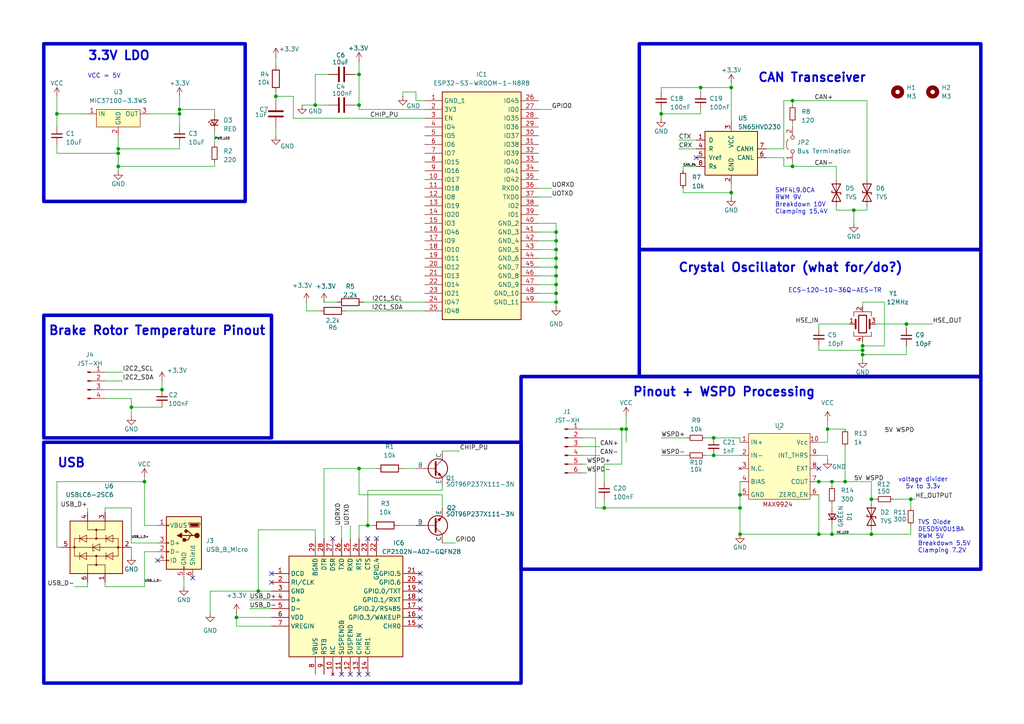
<source format=kicad_sch>
(kicad_sch (version 20250114) (generator "eeschema") (generator_version "9.0")
  (paper "A4")
  (rectangle (start 12.7 128.27) (end 151.13 198.12) (stroke (width 1.016)))
  (rectangle (start 151.13 109.22) (end 284.48 165.1) (stroke (width 1.016)))
  (rectangle (start 185.42 72.39) (end 284.48 109.22) (stroke (width 1.016)))
  (rectangle (start 185.42 12.7) (end 284.48 72.39) (stroke (width 1.016)))
  (rectangle (start 12.7 91.44) (end 78.74 127) (stroke (width 1.016)))
  (rectangle (start 12.7 12.7) (end 71.12 58.42) (stroke (width 1.016)))
  (text "Crystal Oscillator (what for/do?)" (at 196.596 79.248 0) (effects (font (size 2.56 2.56) (thickness 0.512) (bold yes)) (justify left bottom)))
  (text "SMF4L9.0CA\nRWM 9V\nBreakdown 10V\nClamping 15.4V" (at 224.79 62.23 0) (effects (font (size 1.27 1.27)) (justify left bottom)))
  (text "3.3V LDO" (at 25.4 17.78 0) (effects (font (size 2.56 2.56) (thickness 0.512) (bold yes)) (justify left bottom)))
  (text "USB" (at 16.51 135.89 0) (effects (font (size 2.56 2.56) (thickness 0.512) (bold yes)) (justify left bottom)))
  (text "VCC = 5V\n" (at 25.4 22.86 0) (effects (font (size 1.27 1.27)) (justify left bottom)))
  (text "Brake Rotor Temperature Pinout" (at 13.97 97.536 0) (effects (font (size 2.56 2.56) (thickness 0.512) (bold yes)) (justify left bottom)))
  (text "ECS-120-10-36Q-AES-TR" (at 228.6 85.09 0) (effects (font (size 1.27 1.27)) (justify left bottom)))
  (text "Pinout + WSPD Processing" (at 183.388 115.316 0) (effects (font (size 2.56 2.56) (thickness 0.512) (bold yes)) (justify left bottom)))
  (text "voltage divider\n5v to 3.3v" (at 267.716 140.208 0) (effects (font (size 1.27 1.27))))
  (text "TVS Diode\nDESD5V0U1BA\nRWM 5V\nBreakdown 5.5V\nClamping 7.2V" (at 266.192 160.528 0) (effects (font (size 1.27 1.27)) (justify left bottom)))
  (text "CAN Transceiver" (at 219.71 24.13 0) (effects (font (size 2.56 2.56) (thickness 0.512) (bold yes)) (justify left bottom)))
  (junction (at 237.49 154.94))
  (junction (at 161.29 74.93))
  (junction (at 252.73 144.78))
  (junction (at 252.73 154.94))
  (junction (at 46.99 113.03))
  (junction (at 181.61 124.46))
  (junction (at 34.29 48.26))
  (junction (at 161.29 80.01))
  (junction (at 240.03 124.46))
  (junction (at 74.93 171.45))
  (junction (at 214.63 147.32))
  (junction (at 34.29 44.45))
  (junction (at 207.01 132.08))
  (junction (at 212.09 55.88))
  (junction (at 104.14 21.59))
  (junction (at 262.89 93.98))
  (junction (at 264.16 144.78))
  (junction (at 38.1 118.11))
  (junction (at 16.51 33.02))
  (junction (at 106.68 152.4))
  (junction (at 207.01 127))
  (junction (at 212.09 25.4))
  (junction (at 214.63 154.94))
  (junction (at 241.3 154.94))
  (junction (at 161.29 69.85))
  (junction (at 203.2 25.4))
  (junction (at 52.07 33.02))
  (junction (at 180.34 124.46))
  (junction (at 161.29 85.09))
  (junction (at 161.29 82.55))
  (junction (at 245.11 139.7))
  (junction (at 68.58 179.07))
  (junction (at 161.29 87.63))
  (junction (at 34.29 43.18))
  (junction (at 41.91 139.7))
  (junction (at 250.19 100.33))
  (junction (at 161.29 67.31))
  (junction (at 247.65 60.96))
  (junction (at 91.44 30.48))
  (junction (at 191.77 33.02))
  (junction (at 104.14 30.48))
  (junction (at 80.01 27.94))
  (junction (at 161.29 72.39))
  (junction (at 175.26 147.32))
  (junction (at 161.29 77.47))
  (junction (at 229.87 48.26))
  (junction (at 237.49 139.7))
  (junction (at 229.87 29.21))
  (junction (at 52.07 31.75))
  (junction (at 250.19 101.6))
  (junction (at 241.3 139.7))
  (junction (at 214.63 143.51))
  (junction (at 250.19 102.87))
  (junction (at 104.14 135.89))
  (no_connect (at 201.93 45.72))
  (no_connect (at 106.68 195.58))
  (no_connect (at 101.6 195.58))
  (no_connect (at 99.06 195.58))
  (no_connect (at 121.92 181.61))
  (no_connect (at 121.92 173.99))
  (no_connect (at 121.92 168.91))
  (no_connect (at 121.92 179.07))
  (no_connect (at 121.92 171.45))
  (no_connect (at 96.52 156.21))
  (no_connect (at 237.49 135.89))
  (no_connect (at 45.72 162.56))
  (no_connect (at 55.88 167.64))
  (no_connect (at 78.74 166.37))
  (no_connect (at 109.22 156.21))
  (no_connect (at 78.74 168.91))
  (no_connect (at 104.14 195.58))
  (no_connect (at 121.92 176.53))
  (no_connect (at 106.68 156.21))
  (no_connect (at 121.92 166.37))
  (wire (pts (xy 237.49 93.98) (xy 246.38 93.98)))
  (wire (pts (xy 214.63 139.7) (xy 214.63 143.51)))
  (wire (pts (xy 52.07 41.91) (xy 52.07 43.18)))
  (wire (pts (xy 161.29 74.93) (xy 161.29 77.47)))
  (wire (pts (xy 38.1 147.32) (xy 38.1 157.48)))
  (wire (pts (xy 72.39 173.99) (xy 78.74 173.99)))
  (wire (pts (xy 191.77 26.67) (xy 191.77 25.4)))
  (wire (pts (xy 161.29 85.09) (xy 161.29 87.63)))
  (wire (pts (xy 156.21 67.31) (xy 161.29 67.31)))
  (wire (pts (xy 237.49 139.7) (xy 241.3 139.7)))
  (wire (pts (xy 245.11 139.7) (xy 252.73 139.7)))
  (wire (pts (xy 38.1 115.57) (xy 38.1 118.11)))
  (wire (pts (xy 156.21 87.63) (xy 161.29 87.63)))
  (wire (pts (xy 180.34 124.46) (xy 181.61 124.46)))
  (wire (pts (xy 262.89 95.25) (xy 262.89 93.98)))
  (wire (pts (xy 45.72 160.02) (xy 41.91 160.02)))
  (wire (pts (xy 245.11 129.54) (xy 245.11 139.7)))
  (wire (pts (xy 102.87 21.59) (xy 104.14 21.59)))
  (wire (pts (xy 175.26 147.32) (xy 214.63 147.32)))
  (wire (pts (xy 25.4 168.91) (xy 25.4 170.18)))
  (wire (pts (xy 236.22 139.7) (xy 237.49 139.7)))
  (wire (pts (xy 62.23 33.02) (xy 62.23 31.75)))
  (wire (pts (xy 250.19 87.63) (xy 250.19 88.9)))
  (wire (pts (xy 203.2 33.02) (xy 191.77 33.02)))
  (wire (pts (xy 107.95 152.4) (xy 106.68 152.4)))
  (wire (pts (xy 198.12 55.88) (xy 212.09 55.88)))
  (wire (pts (xy 262.89 100.33) (xy 262.89 102.87)))
  (wire (pts (xy 45.72 152.4) (xy 41.91 152.4)))
  (wire (pts (xy 156.21 80.01) (xy 161.29 80.01)))
  (wire (pts (xy 128.27 157.48) (xy 132.08 157.48)))
  (wire (pts (xy 264.16 144.78) (xy 264.16 147.32)))
  (wire (pts (xy 259.08 144.78) (xy 264.16 144.78)))
  (wire (pts (xy 156.21 72.39) (xy 161.29 72.39)))
  (wire (pts (xy 241.3 139.7) (xy 245.11 139.7)))
  (wire (pts (xy 196.85 43.18) (xy 201.93 43.18)))
  (wire (pts (xy 91.44 30.48) (xy 95.25 30.48)))
  (wire (pts (xy 156.21 74.93) (xy 161.29 74.93)))
  (wire (pts (xy 237.49 132.08) (xy 240.03 132.08)))
  (wire (pts (xy 251.46 59.69) (xy 251.46 60.96)))
  (wire (pts (xy 16.51 44.45) (xy 34.29 44.45)))
  (wire (pts (xy 180.34 134.62) (xy 180.34 124.46)))
  (wire (pts (xy 212.09 53.34) (xy 212.09 55.88)))
  (wire (pts (xy 181.61 120.65) (xy 181.61 124.46)))
  (wire (pts (xy 156.21 54.61) (xy 160.02 54.61)))
  (wire (pts (xy 201.93 48.26) (xy 198.12 48.26)))
  (wire (pts (xy 25.4 147.32) (xy 25.4 148.59)))
  (wire (pts (xy 175.26 134.62) (xy 175.26 139.7)))
  (wire (pts (xy 95.25 21.59) (xy 91.44 21.59)))
  (wire (pts (xy 106.68 142.24) (xy 106.68 152.4)))
  (wire (pts (xy 80.01 26.67) (xy 80.01 27.94)))
  (wire (pts (xy 161.29 64.77) (xy 161.29 67.31)))
  (wire (pts (xy 156.21 64.77) (xy 161.29 64.77)))
  (wire (pts (xy 41.91 160.02) (xy 41.91 170.18)))
  (wire (pts (xy 242.57 52.07) (xy 242.57 48.26)))
  (wire (pts (xy 212.09 25.4) (xy 212.09 35.56)))
  (wire (pts (xy 91.44 21.59) (xy 91.44 30.48)))
  (wire (pts (xy 214.63 128.27) (xy 214.63 127)))
  (wire (pts (xy 30.48 113.03) (xy 46.99 113.03)))
  (wire (pts (xy 229.87 48.26) (xy 242.57 48.26)))
  (wire (pts (xy 250.19 100.33) (xy 256.54 100.33)))
  (wire (pts (xy 214.63 127) (xy 207.01 127)))
  (wire (pts (xy 41.91 152.4) (xy 41.91 139.7)))
  (wire (pts (xy 101.6 152.4) (xy 101.6 156.21)))
  (wire (pts (xy 52.07 43.18) (xy 34.29 43.18)))
  (wire (pts (xy 240.03 128.27) (xy 237.49 128.27)))
  (wire (pts (xy 214.63 154.94) (xy 214.63 147.32)))
  (wire (pts (xy 161.29 82.55) (xy 161.29 85.09)))
  (wire (pts (xy 250.19 102.87) (xy 250.19 104.14)))
  (wire (pts (xy 237.49 154.94) (xy 241.3 154.94)))
  (wire (pts (xy 62.23 48.26) (xy 62.23 46.99)))
  (wire (pts (xy 175.26 144.78) (xy 175.26 147.32)))
  (wire (pts (xy 203.2 25.4) (xy 212.09 25.4)))
  (wire (pts (xy 252.73 154.94) (xy 264.16 154.94)))
  (wire (pts (xy 237.49 143.51) (xy 237.49 154.94)))
  (wire (pts (xy 106.68 152.4) (xy 104.14 152.4)))
  (wire (pts (xy 41.91 139.7) (xy 41.91 138.43)))
  (wire (pts (xy 247.65 60.96) (xy 251.46 60.96)))
  (wire (pts (xy 116.84 26.67) (xy 116.84 27.94)))
  (wire (pts (xy 172.72 127) (xy 172.72 147.32)))
  (wire (pts (xy 115.57 152.4) (xy 120.65 152.4)))
  (wire (pts (xy 21.59 170.18) (xy 25.4 170.18)))
  (wire (pts (xy 161.29 87.63) (xy 161.29 88.9)))
  (wire (pts (xy 120.65 29.21) (xy 120.65 26.67)))
  (wire (pts (xy 247.65 60.96) (xy 247.65 64.77)))
  (wire (pts (xy 128.27 130.81) (xy 133.35 130.81)))
  (wire (pts (xy 120.65 26.67) (xy 116.84 26.67)))
  (wire (pts (xy 181.61 124.46) (xy 181.61 128.27)))
  (wire (pts (xy 104.14 17.78) (xy 104.14 21.59)))
  (wire (pts (xy 91.44 156.21) (xy 91.44 153.67)))
  (wire (pts (xy 250.19 100.33) (xy 250.19 101.6)))
  (wire (pts (xy 100.33 90.17) (xy 123.19 90.17)))
  (wire (pts (xy 203.2 31.75) (xy 203.2 33.02)))
  (wire (pts (xy 46.99 118.11) (xy 38.1 118.11)))
  (wire (pts (xy 264.16 144.78) (xy 265.43 144.78)))
  (wire (pts (xy 264.16 152.4) (xy 264.16 154.94)))
  (wire (pts (xy 80.01 36.83) (xy 80.01 39.37)))
  (wire (pts (xy 85.09 34.29) (xy 123.19 34.29)))
  (wire (pts (xy 30.48 147.32) (xy 38.1 147.32)))
  (wire (pts (xy 252.73 139.7) (xy 252.73 144.78)))
  (wire (pts (xy 172.72 147.32) (xy 175.26 147.32)))
  (wire (pts (xy 156.21 85.09) (xy 161.29 85.09)))
  (wire (pts (xy 262.89 102.87) (xy 250.19 102.87)))
  (wire (pts (xy 38.1 157.48) (xy 45.72 157.48)))
  (wire (pts (xy 240.03 132.08) (xy 240.03 133.35)))
  (wire (pts (xy 62.23 48.26) (xy 34.29 48.26)))
  (wire (pts (xy 128.27 142.24) (xy 106.68 142.24)))
  (wire (pts (xy 38.1 118.11) (xy 38.1 120.65)))
  (wire (pts (xy 88.9 87.63) (xy 88.9 90.17)))
  (wire (pts (xy 30.48 147.32) (xy 30.48 148.59)))
  (wire (pts (xy 242.57 59.69) (xy 242.57 60.96)))
  (wire (pts (xy 191.77 31.75) (xy 191.77 33.02)))
  (wire (pts (xy 241.3 139.7) (xy 241.3 140.97)))
  (wire (pts (xy 78.74 181.61) (xy 68.58 181.61)))
  (wire (pts (xy 34.29 43.18) (xy 34.29 44.45)))
  (wire (pts (xy 262.89 93.98) (xy 254 93.98)))
  (wire (pts (xy 16.51 158.75) (xy 16.51 139.7)))
  (wire (pts (xy 85.09 27.94) (xy 80.01 27.94)))
  (wire (pts (xy 204.47 127) (xy 207.01 127)))
  (wire (pts (xy 74.93 171.45) (xy 60.96 171.45)))
  (wire (pts (xy 62.23 31.75) (xy 52.07 31.75)))
  (wire (pts (xy 78.74 171.45) (xy 74.93 171.45)))
  (wire (pts (xy 104.14 21.59) (xy 104.14 30.48)))
  (wire (pts (xy 60.96 171.45) (xy 60.96 177.8)))
  (wire (pts (xy 38.1 158.75) (xy 38.1 161.29)))
  (wire (pts (xy 156.21 57.15) (xy 160.02 57.15)))
  (wire (pts (xy 123.19 31.75) (xy 104.14 31.75)))
  (wire (pts (xy 16.51 41.91) (xy 16.51 44.45)))
  (wire (pts (xy 237.49 100.33) (xy 237.49 101.6)))
  (wire (pts (xy 241.3 154.94) (xy 252.73 154.94)))
  (wire (pts (xy 30.48 115.57) (xy 38.1 115.57)))
  (wire (pts (xy 227.33 48.26) (xy 227.33 45.72)))
  (wire (pts (xy 91.44 153.67) (xy 74.93 153.67)))
  (wire (pts (xy 175.26 134.62) (xy 180.34 134.62)))
  (wire (pts (xy 34.29 39.37) (xy 34.29 43.18)))
  (wire (pts (xy 123.19 29.21) (xy 120.65 29.21)))
  (wire (pts (xy 93.98 135.89) (xy 93.98 156.21)))
  (wire (pts (xy 62.23 38.1) (xy 62.23 41.91)))
  (wire (pts (xy 161.29 77.47) (xy 161.29 80.01)))
  (wire (pts (xy 250.19 99.06) (xy 250.19 100.33)))
  (wire (pts (xy 256.54 87.63) (xy 250.19 87.63)))
  (wire (pts (xy 191.77 25.4) (xy 203.2 25.4)))
  (wire (pts (xy 229.87 29.21) (xy 251.46 29.21)))
  (wire (pts (xy 16.51 27.94) (xy 16.51 33.02)))
  (wire (pts (xy 227.33 29.21) (xy 229.87 29.21)))
  (wire (pts (xy 102.87 30.48) (xy 104.14 30.48)))
  (wire (pts (xy 229.87 46.99) (xy 229.87 48.26)))
  (wire (pts (xy 198.12 48.26) (xy 198.12 49.53)))
  (wire (pts (xy 168.91 134.62) (xy 170.18 134.62)))
  (wire (pts (xy 262.89 93.98) (xy 270.51 93.98)))
  (wire (pts (xy 105.41 87.63) (xy 123.19 87.63)))
  (wire (pts (xy 196.85 40.64) (xy 201.93 40.64)))
  (wire (pts (xy 68.58 179.07) (xy 68.58 181.61)))
  (wire (pts (xy 237.49 95.25) (xy 237.49 93.98)))
  (wire (pts (xy 191.77 132.08) (xy 199.39 132.08)))
  (wire (pts (xy 156.21 31.75) (xy 160.02 31.75)))
  (wire (pts (xy 168.91 129.54) (xy 173.99 129.54)))
  (wire (pts (xy 52.07 27.94) (xy 52.07 31.75)))
  (wire (pts (xy 161.29 67.31) (xy 161.29 69.85)))
  (wire (pts (xy 128.27 143.51) (xy 104.14 143.51)))
  (wire (pts (xy 16.51 33.02) (xy 25.4 33.02)))
  (wire (pts (xy 207.01 132.08) (xy 214.63 132.08)))
  (wire (pts (xy 240.03 124.46) (xy 240.03 128.27)))
  (wire (pts (xy 168.91 127) (xy 172.72 127)))
  (wire (pts (xy 30.48 168.91) (xy 30.48 170.18)))
  (wire (pts (xy 52.07 33.02) (xy 52.07 36.83)))
  (wire (pts (xy 227.33 43.18) (xy 222.25 43.18)))
  (wire (pts (xy 250.19 101.6) (xy 250.19 102.87)))
  (wire (pts (xy 214.63 154.94) (xy 237.49 154.94)))
  (wire (pts (xy 168.91 132.08) (xy 173.99 132.08)))
  (wire (pts (xy 41.91 170.18) (xy 30.48 170.18)))
  (wire (pts (xy 161.29 72.39) (xy 161.29 74.93)))
  (wire (pts (xy 240.03 124.46) (xy 245.11 124.46)))
  (wire (pts (xy 85.09 34.29) (xy 85.09 27.94)))
  (wire (pts (xy 212.09 24.13) (xy 212.09 25.4)))
  (wire (pts (xy 80.01 27.94) (xy 80.01 29.21)))
  (wire (pts (xy 104.14 152.4) (xy 104.14 156.21)))
  (wire (pts (xy 99.06 152.4) (xy 99.06 156.21)))
  (wire (pts (xy 191.77 33.02) (xy 191.77 34.29)))
  (wire (pts (xy 251.46 29.21) (xy 251.46 52.07)))
  (wire (pts (xy 168.91 124.46) (xy 180.34 124.46)))
  (wire (pts (xy 72.39 176.53) (xy 78.74 176.53)))
  (wire (pts (xy 87.63 30.48) (xy 91.44 30.48)))
  (wire (pts (xy 241.3 146.05) (xy 241.3 147.32)))
  (wire (pts (xy 88.9 90.17) (xy 92.71 90.17)))
  (wire (pts (xy 227.33 45.72) (xy 222.25 45.72)))
  (wire (pts (xy 227.33 29.21) (xy 227.33 43.18)))
  (wire (pts (xy 109.22 135.89) (xy 104.14 135.89)))
  (wire (pts (xy 104.14 135.89) (xy 104.14 143.51)))
  (wire (pts (xy 104.14 30.48) (xy 104.14 31.75)))
  (wire (pts (xy 252.73 144.78) (xy 254 144.78)))
  (wire (pts (xy 252.73 144.78) (xy 252.73 146.05)))
  (wire (pts (xy 52.07 31.75) (xy 52.07 33.02)))
  (wire (pts (xy 46.99 110.49) (xy 46.99 113.03)))
  (wire (pts (xy 237.49 101.6) (xy 250.19 101.6)))
  (wire (pts (xy 34.29 44.45) (xy 34.29 48.26)))
  (wire (pts (xy 128.27 140.97) (xy 128.27 142.24)))
  (wire (pts (xy 203.2 26.67) (xy 203.2 25.4)))
  (wire (pts (xy 68.58 177.8) (xy 68.58 179.07)))
  (wire (pts (xy 16.51 139.7) (xy 41.91 139.7)))
  (wire (pts (xy 240.03 121.92) (xy 240.03 124.46)))
  (wire (pts (xy 128.27 147.32) (xy 128.27 143.51)))
  (wire (pts (xy 68.58 179.07) (xy 78.74 179.07)))
  (wire (pts (xy 104.14 135.89) (xy 93.98 135.89)))
  (wire (pts (xy 241.3 152.4) (xy 241.3 154.94)))
  (wire (pts (xy 17.78 158.75) (xy 16.51 158.75)))
  (wire (pts (xy 212.09 55.88) (xy 212.09 57.15)))
  (wire (pts (xy 198.12 54.61) (xy 198.12 55.88)))
  (wire (pts (xy 229.87 35.56) (xy 229.87 36.83)))
  (wire (pts (xy 116.84 135.89) (xy 120.65 135.89)))
  (wire (pts (xy 43.18 33.02) (xy 52.07 33.02)))
  (wire (pts (xy 93.98 87.63) (xy 97.79 87.63)))
  (wire (pts (xy 156.21 69.85) (xy 161.29 69.85)))
  (wire (pts (xy 53.34 167.64) (xy 53.34 170.18)))
  (wire (pts (xy 229.87 30.48) (xy 229.87 29.21)))
  (wire (pts (xy 30.48 110.49) (xy 35.56 110.49)))
  (wire (pts (xy 80.01 16.51) (xy 80.01 19.05)))
  (wire (pts (xy 168.91 137.16) (xy 170.18 137.16)))
  (wire (pts (xy 214.63 143.51) (xy 214.63 147.32)))
  (wire (pts (xy 204.47 132.08) (xy 207.01 132.08)))
  (wire (pts (xy 161.29 69.85) (xy 161.29 72.39)))
  (wire (pts (xy 256.54 100.33) (xy 256.54 87.63)))
  (wire (pts (xy 191.77 127) (xy 199.39 127)))
  (wire (pts (xy 30.48 107.95) (xy 35.56 107.95)))
  (wire (pts (xy 74.93 153.67) (xy 74.93 171.45)))
  (wire (pts (xy 242.57 60.96) (xy 247.65 60.96)))
  (wire (pts (xy 16.51 33.02) (xy 16.51 36.83)))
  (wire (pts (xy 161.29 80.01) (xy 161.29 82.55)))
  (wire (pts (xy 156.21 77.47) (xy 161.29 77.47)))
  (wire (pts (xy 227.33 48.26) (xy 229.87 48.26)))
  (wire (pts (xy 252.73 153.67) (xy 252.73 154.94)))
  (wire (pts (xy 156.21 82.55) (xy 161.29 82.55)))
  (wire (pts (xy 34.29 49.53) (xy 34.29 48.26)))
  (label "UORXD" (at 99.06 152.4 90))
  (label "UOTXD" (at 160.02 57.15 0))
  (label "CHIP_PU" (at 115.57 34.29 180))
  (label "CAN-" (at 173.99 132.08 0))
  (label "USB_D-" (at 21.59 170.18 180))
  (label "WSPD+" (at 170.18 134.62 0))
  (label "HSE_IN" (at 237.49 93.98 180))
  (label "WSPD+" (at 191.77 127 0))
  (label "CAN+" (at 236.22 29.21 0))
  (label "UOTXD" (at 101.6 152.4 90))
  (label "GPIO0" (at 160.02 31.75 0))
  (label "I2C1_SCL" (at 116.84 87.63 180))
  (label "5V WSPD" (at 256.54 125.73 0))
  (label "USB_J_D+" (at 38.1 156.21 0) (effects (font (size 0.65 0.65))))
  (label "CAN-" (at 236.22 48.26 0))
  (label "GPIO0" (at 132.08 157.48 0))
  (label "CAN_Rs" (at 198.12 48.26 0) (effects (font (size 0.65 0.65))))
  (label "USB_D+" (at 72.39 173.99 0))
  (label "PWR_LED" (at 62.23 40.64 0) (effects (font (size 0.65 0.65))))
  (label "5V WSPD" (at 247.65 139.7 0))
  (label "HSE_OUT" (at 270.51 93.98 0))
  (label "I2C2_SDA" (at 35.56 110.49 0))
  (label "CTX" (at 196.85 40.64 0))
  (label "WSPD-" (at 191.77 132.08 0))
  (label "HE_OUTPUT" (at 265.43 144.78 0))
  (label "UORXD" (at 160.02 54.61 0))
  (label "USB_D+" (at 25.4 147.32 180))
  (label "USB_J_D-" (at 41.91 168.91 0) (effects (font (size 0.65 0.65))))
  (label "CHIP_PU" (at 133.35 130.81 0))
  (label "USB_D-" (at 72.39 176.53 0))
  (label "CAN+" (at 173.99 129.54 0))
  (label "I2C1_SDA" (at 116.84 90.17 180))
  (label "HE_LED" (at 242.57 154.94 0) (effects (font (size 0.64 0.64))))
  (label "CRX" (at 196.85 43.18 0))
  (label "WSPD-" (at 170.18 137.16 0))
  (label "I2C2_SCL" (at 35.56 107.95 0))
  (symbol (lib_name "GND_5") (lib_id "power:GND") (at 80.01 39.37 0) (unit 1)
    (property "Reference" "#PWR015" (effects (hide yes)))
    (property "Value" "GND" (at 83.312 42.418 0))
    (property "Description" "Power symbol creates a global label with name \"GND\" , ground" (effects (hide yes)))
  )
  (symbol (lib_id "power:GND") (at 191.77 34.29 0) (unit 1)
    (property "Reference" "#PWR024" (effects (hide yes)))
    (property "Value" "GND" (at 191.77 38.1 0))
  )
  (symbol (lib_name "GND_1") (lib_id "power:GND") (at 60.96 177.8 0) (unit 1)
    (property "Reference" "#PWR04" (effects (hide yes)))
    (property "Value" "GND" (at 60.96 182.88 0))
    (property "Description" "Power symbol creates a global label with name \"GND\" , ground" (effects (hide yes)))
  )
  (symbol (lib_id "power:VCC") (at 16.51 27.94 0) (unit 1)
    (property "Reference" "#PWR01" (effects (hide yes)))
    (property "Value" "VCC" (at 16.51 24.13 0))
  )
  (symbol (lib_id "power:VCC") (at 181.61 120.65 0) (unit 1)
    (property "Reference" "#PWR035" (effects (hide yes)))
    (property "Value" "VCC" (at 181.61 116.84 0))
  )
  (symbol (lib_id "Device:R_Small") (at 241.3 143.51 0) (unit 1)
    (property "Reference" "R14" (at 243.84 142.2399 0) (effects (justify left)))
    (property "Value" "300" (at 243.84 144.7799 0) (effects (justify left)))
    (property "Footprint" "Resistor_SMD:R_0603_1608Metric" (effects (hide yes)))
    (property "Description" "Resistor, small symbol" (effects (hide yes)))
  )
  (symbol (lib_id "power:GND") (at 53.34 170.18 0) (unit 1)
    (property "Reference" "#PWR032" (effects (hide yes)))
    (property "Value" "GND" (at 53.34 173.99 0))
  )
  (symbol (lib_id "Amplifier_Audio:MAX9924") (at 226.06 125.73 0) (unit 1)
    (property "Reference" "U2" (at 226.06 123.444 0))
    (property "Value" "~" (at 226.06 124.46 0))
    (property "Footprint" "Package_SO:MAX9924" (effects (hide yes)))
    (property "Datasheet" "https://www.alldatasheet.com/datasheet-pdf/view/255006/MAXIM/MAX9924.html" (effects (hide yes)))
  )
  (symbol (lib_name "VCC_1") (lib_id "power:VCC") (at 240.03 121.92 0) (unit 1)
    (property "Reference" "#PWR012" (effects (hide yes)))
    (property "Value" "VCC" (at 240.03 116.84 0))
    (property "Description" "Power symbol creates a global label with name \"VCC\"" (effects (hide yes)))
  )
  (symbol (lib_id "Device:D_TVS") (at 242.57 55.88 90) (unit 1)
    (property "Reference" "D5" (at 245.11 54.61 90) (effects (justify right)))
    (property "Value" "TVS" (at 245.11 57.15 90) (effects (justify right)))
    (property "Footprint" "Library:SOD-123FL" (effects (hide yes)))
  )
  (symbol (lib_name "+3.3V_1") (lib_id "power:+3.3V") (at 68.58 177.8 0) (unit 1)
    (property "Reference" "#PWR03" (effects (hide yes)))
    (property "Value" "+3.3V" (at 68.58 172.72 0))
    (property "Description" "Power symbol creates a global label with name \"+3.3V\"" (effects (hide yes)))
  )
  (symbol (lib_id "Device:R_Small") (at 264.16 149.86 0) (unit 1)
    (property "Reference" "R11" (at 259.08 148.59 0) (effects (justify left)))
    (property "Value" "300" (at 259.08 150.622 0) (effects (justify left)))
    (property "Footprint" "Resistor_SMD:R_0805_2012Metric" (effects (hide yes)))
    (property "Description" "Resistor, small symbol" (effects (hide yes)))
  )
  (symbol (lib_id "Device:R_Small") (at 256.54 144.78 90) (unit 1)
    (property "Reference" "R12" (at 256.286 140.462 90))
    (property "Value" "150" (at 256.286 142.494 90))
    (property "Footprint" "Resistor_SMD:R_0805_2012Metric" (effects (hide yes)))
    (property "Description" "Resistor, small symbol" (effects (hide yes)))
  )
  (symbol (lib_id "MicroControllers:ESP32-S3-WROOM-1-N8R8") (at 123.19 29.21 0) (unit 1)
    (property "Reference" "IC1" (at 139.7 21.59 0))
    (property "Value" "ESP32-S3-WROOM-1-N8R8" (at 139.7 24.13 0))
    (property "Footprint" "ESP32S3WROOM1N8R8" (effects (hide yes)))
    (property "Datasheet" "https://www.espressif.com/sites/default/files/documentation/esp32-s3-wroom-1_wroom-1u_datasheet_en.pdf" (effects (hide yes)))
    (property "Description" "WiFi Modules - 802.11 (Engineering Samples Only) SMD Module, ESP32-S3R8 with 8 MB Octal PSRAM Die, 8 MB Quad SPI flash, PCB Antenna" (effects (hide yes)))
    (property "Height" "3.25" (effects (hide yes)))
    (property "Mouser Part Number" "356-EP32S3WROOM1N8R8" (effects (hide yes)))
    (property "Mouser Price/Stock" "https://www.mouser.co.uk/ProductDetail/Espressif-Systems/ESP32-S3-WROOM-1-N8R8?qs=7D1LtPJG0i3%2F28hKFavOpQ%3D%3D" (effects (hide yes)))
    (property "Manufacturer_Name" "Espressif Systems" (effects (hide yes)))
    (property "Manufacturer_Part_Number" "ESP32-S3-WROOM-1-N8R8" (effects (hide yes)))
  )
  (symbol (lib_id "power:GND") (at 38.1 161.29 0) (unit 1)
    (property "Reference" "#PWR029" (effects (hide yes)))
    (property "Value" "GND" (at 38.1 165.1 0))
  )
  (symbol (lib_id "Device:R") (at 101.6 87.63 90) (unit 1)
    (property "Reference" "R5" (at 101.6 83.058 90))
    (property "Value" "2.2k" (at 101.6 85.598 90))
    (property "Description" "Resistor" (effects (hide yes)))
  )
  (symbol (lib_id "USBUART:CP2102N-A02-GQFN28") (at 78.74 166.37 0) (unit 1)
    (property "Reference" "IC6" (at 114.046 157.48 0) (effects (justify left)))
    (property "Value" "CP2102N-A02-GQFN28" (at 110.744 160.02 0) (effects (justify left)))
    (property "Footprint" "QFN50P500X500X80-29N-D" (effects (hide yes)))
    (property "Datasheet" "https://componentsearchengine.com/Datasheets/2/CP2102N-A02-GQFN28.pdf" (effects (hide yes)))
    (property "Description" "SILICON LABS - CP2102N-A02-GQFN28 - USB TO UART BRIDGE, -40 TO 85DEG C" (effects (hide yes)))
    (property "Height" "0.8" (effects (hide yes)))
    (property "Mouser Part Number" "634-CP2102NA02GQFN28" (effects (hide yes)))
    (property "Mouser Price/Stock" "https://www.mouser.co.uk/ProductDetail/Silicon-Labs/CP2102N-A02-GQFN28?qs=u16ybLDytRaSBkSkyjYFiA%3D%3D" (effects (hide yes)))
    (property "Manufacturer_Name" "Silicon Labs" (effects (hide yes)))
    (property "Manufacturer_Part_Number" "CP2102N-A02-GQFN28" (effects (hide yes)))
  )
  (symbol (lib_id "Device:C_Small") (at 262.89 97.79 0) (unit 1)
    (property "Reference" "C9" (at 265.43 97.1613 0) (effects (justify left)))
    (property "Value" "10pF" (at 265.43 99.7013 0) (effects (justify left)))
    (property "Footprint" "Capacitor_SMD:C_0402_1005Metric" (effects (hide yes)))
  )
  (symbol (lib_id "Library:MIC37100-3.3WS") (at 34.29 29.21 0) (unit 1)
    (property "Reference" "U3" (at 34.29 26.67 0))
    (property "Value" "MIC37100-3.3WS" (at 34.29 29.21 0))
    (property "Footprint" "Package_TO_SOT_SMD:SOT-223-3_TabPin2" (effects (hide yes)))
  )
  (symbol (lib_id "Device:R") (at 111.76 152.4 90) (unit 1)
    (property "Reference" "R3" (at 111.76 146.05 90))
    (property "Value" "10k" (at 111.76 148.59 90))
    (property "Description" "Resistor" (effects (hide yes)))
  )
  (symbol (lib_id "Mechanical:MountingHole") (at 260.35 26.67 0) (unit 1)
    (property "Reference" "H1" (at 262.89 25.4 0) (effects (justify left)))
    (property "Value" "M3" (at 262.89 27.94 0) (effects (justify left)))
    (property "Footprint" "MountingHole:MountingHole_3.2mm_M3" (effects (hide yes)))
  )
  (symbol (lib_id "Connector:Conn_01x04_Pin") (at 25.4 110.49 0) (unit 1)
    (property "Reference" "J4" (at 26.035 102.87 0))
    (property "Value" "JST-XH" (at 26.035 105.41 0))
    (property "Footprint" "Connector_JST:JST_EH_B4B-EH-A_1x04_P2.50mm_Vertical" (effects (hide yes)))
    (property "Description" "Generic connector, single row, 01x04, script generated" (effects (hide yes)))
  )
  (symbol (lib_id "Mechanical:MountingHole") (at 270.51 26.67 0) (unit 1)
    (property "Reference" "H2" (at 273.05 25.4 0) (effects (justify left)))
    (property "Value" "M3" (at 273.05 27.94 0) (effects (justify left)))
    (property "Footprint" "MountingHole:MountingHole_3.2mm_M3" (effects (hide yes)))
  )
  (symbol (lib_id "Device:R") (at 96.52 90.17 270) (unit 1)
    (property "Reference" "R6" (at 96.52 94.996 90))
    (property "Value" "2.2k" (at 96.52 92.964 90))
    (property "Description" "Resistor" (effects (hide yes)))
  )
  (symbol (lib_id "power:VCC") (at 41.91 138.43 0) (unit 1)
    (property "Reference" "#PWR030" (effects (hide yes)))
    (property "Value" "VCC" (at 41.91 134.62 0))
  )
  (symbol (lib_id "Device:C_Small") (at 203.2 29.21 0) (unit 1)
    (property "Reference" "C19" (at 205.74 28.5813 0) (effects (justify left)))
    (property "Value" "100nF" (at 205.74 31.1213 0) (effects (justify left)))
    (property "Footprint" "Capacitor_SMD:C_0402_1005Metric" (effects (hide yes)))
  )
  (symbol (lib_id "Jumper:Jumper_2_Open") (at 229.87 41.91 90) (unit 1)
    (property "Reference" "JP2" (at 231.14 41.275 90) (effects (justify right)))
    (property "Value" "Bus Termination" (at 231.14 43.815 90) (effects (justify right)))
    (property "Footprint" "Connector_PinHeader_2.54mm:PinHeader_1x02_P2.54mm_Vertical" (effects (hide yes)))
  )
  (symbol (lib_id "Device:R_Small") (at 198.12 52.07 0) (unit 1)
    (property "Reference" "R7" (at 200.66 51.435 0) (effects (justify left)))
    (property "Value" "10k" (at 200.66 53.975 0) (effects (justify left)))
    (property "Footprint" "Resistor_SMD:R_0805_2012Metric" (effects (hide yes)))
  )
  (symbol (lib_id "Device:R_Small") (at 201.93 132.08 90) (unit 1)
    (property "Reference" "R10" (at 201.93 134.112 90))
    (property "Value" "10k" (at 201.93 136.144 90))
    (property "Footprint" "Resistor_SMD:R_0805_2012Metric" (effects (hide yes)))
    (property "Description" "Resistor, small symbol" (effects (hide yes)))
  )
  (symbol (lib_name "VCC_4") (lib_id "power:VCC") (at 88.9 87.63 0) (unit 1)
    (property "Reference" "#PWR018" (effects (hide yes)))
    (property "Value" "+3.3V" (at 87.63 82.804 0))
    (property "Description" "Power symbol creates a global label with name \"VCC\"" (effects (hide yes)))
  )
  (symbol (lib_id "Device:R") (at 80.01 22.86 0) (unit 1)
    (property "Reference" "R4" (at 75.438 21.59 0) (effects (justify left)))
    (property "Value" "10k" (at 74.676 23.876 0) (effects (justify left)))
    (property "Description" "Resistor" (effects (hide yes)))
  )
  (symbol (lib_id "Device:C_Small") (at 52.07 39.37 0) (unit 1)
    (property "Reference" "C3" (at 54.61 38.7413 0) (effects (justify left)))
    (property "Value" "10uF" (at 54.61 41.2813 0) (effects (justify left)))
    (property "Footprint" "Capacitor_SMD:C_0805_2012Metric" (effects (hide yes)))
  )
  (symbol (lib_id "power:GND") (at 212.09 57.15 0) (unit 1)
    (property "Reference" "#PWR026" (effects (hide yes)))
    (property "Value" "GND" (at 212.09 60.96 0))
  )
  (symbol (lib_id "Connector:USB_B_Micro") (at 53.34 157.48 0) (mirror y) (unit 1)
    (property "Reference" "J3" (at 59.69 156.845 0) (effects (justify right)))
    (property "Value" "USB_B_Micro" (at 59.69 159.385 0) (effects (justify right)))
    (property "Footprint" "Connector_USB:USB_Micro-B_Molex-105017-0001" (effects (hide yes)))
  )
  (symbol (lib_id "Device:C_Small") (at 191.77 29.21 0) (unit 1)
    (property "Reference" "C18" (at 194.31 28.5813 0) (effects (justify left)))
    (property "Value" "100nF" (at 194.31 31.1213 0) (effects (justify left)))
    (property "Footprint" "Capacitor_SMD:C_0402_1005Metric" (effects (hide yes)))
  )
  (symbol (lib_id "Device:Crystal_GND24") (at 250.19 93.98 0) (unit 1)
    (property "Reference" "Y1" (at 259.08 85.09 0))
    (property "Value" "12MHz" (at 260.35 87.63 0))
    (property "Footprint" "Crystal:Crystal_SMD_2520-4Pin_2.5x2.0mm" (effects (hide yes)))
  )
  (symbol (lib_name "NPN_1") (lib_id "Simulation_SPICE:NPN") (at 125.73 152.4 0) (unit 1)
    (property "Reference" "Q2" (at 129.54 147.32 0) (effects (justify left)))
    (property "Value" "SOT96P237X111-3N" (at 129.286 149.098 0) (effects (justify left)))
    (property "Footprint" "Transistors:SOT96P237X111-3N" (effects (hide yes)))
    (property "Datasheet" "https://www.mouser.com/datasheet/2/308/MMBT2222LT1_D-1811600.pdf" (effects (hide yes)))
    (property "Sim.Device" "NPN" (effects (hide yes)))
    (property "Sim.Type" "GUMMELPOON" (effects (hide yes)))
    (property "Sim.Pins" "1=C 2=B 3=E" (effects (hide yes)))
  )
  (symbol (lib_name "VCC_1") (lib_id "power:VCC") (at 104.14 17.78 0) (unit 1)
    (property "Reference" "#PWR06" (effects (hide yes)))
    (property "Value" "+3.3V" (at 103.886 13.97 0))
    (property "Description" "Power symbol creates a global label with name \"VCC\"" (effects (hide yes)))
  )
  (symbol (lib_id "Device:D_TVS") (at 252.73 149.86 90) (unit 1)
    (property "Reference" "D2" (at 255.27 148.5899 90) (effects (justify right)))
    (property "Value" "TVS" (at 255.27 151.1299 90) (effects (justify right)))
    (property "Footprint" "Diode_SMD:D_SOD-323" (effects (hide yes)))
  )
  (symbol (lib_id "Interface_CAN_LIN:SN65HVD230") (at 212.09 43.18 0) (unit 1)
    (property "Reference" "U5" (at 214.0459 34.29 0) (effects (justify left)))
    (property "Value" "SN65HVD230" (at 214.0459 36.83 0) (effects (justify left)))
    (property "Footprint" "Package_SO:SOIC-8_3.9x4.9mm_P1.27mm" (effects (hide yes)))
    (property "Datasheet" "http://www.ti.com/lit/ds/symlink/sn65hvd230.pdf" (effects (hide yes)))
  )
  (symbol (lib_id "Device:C_Small") (at 175.26 142.24 0) (unit 1)
    (property "Reference" "C20" (at 177.8 141.6113 0) (effects (justify left)))
    (property "Value" "100nF" (at 177.8 144.1513 0) (effects (justify left)))
    (property "Footprint" "Capacitor_SMD:C_0402_1005Metric" (effects (hide yes)))
  )
  (symbol (lib_id "Device:C") (at 99.06 21.59 90) (unit 1)
    (property "Reference" "C6" (at 98.806 16.002 90))
    (property "Value" "10uF" (at 98.806 18.034 90))
    (property "Description" "Unpolarized capacitor" (effects (hide yes)))
  )
  (symbol (lib_name "VCC_2") (lib_id "power:VCC") (at 80.01 16.51 0) (unit 1)
    (property "Reference" "#PWR016" (effects (hide yes)))
    (property "Value" "+3.3V" (at 83.82 14.224 0))
    (property "Description" "Power symbol creates a global label with name \"VCC\"" (effects (hide yes)))
  )
  (symbol (lib_id "power:GND") (at 247.65 64.77 0) (unit 1)
    (property "Reference" "#PWR031" (effects (hide yes)))
    (property "Value" "GND" (at 247.65 68.58 0))
  )
  (symbol (lib_id "Device:LED_Small") (at 62.23 35.56 90) (unit 1)
    (property "Reference" "D3" (at 64.77 34.8615 90) (effects (justify right)))
    (property "Value" "RED" (at 64.77 37.4015 90) (effects (justify right)))
    (property "Footprint" "Library:Dialight_561-XX0X-XXX" (effects (hide yes)))
  )
  (symbol (lib_name "GND_1") (lib_id "power:GND") (at 240.03 133.35 0) (unit 1)
    (property "Reference" "#PWR036" (effects (hide yes)))
    (property "Value" "GND" (at 243.332 135.382 0))
    (property "Description" "Power symbol creates a global label with name \"GND\" , ground" (effects (hide yes)))
  )
  (symbol (lib_id "Device:D_TVS") (at 251.46 55.88 90) (unit 1)
    (property "Reference" "D6" (at 254 54.61 90) (effects (justify right)))
    (property "Value" "TVS" (at 254 57.15 90) (effects (justify right)))
    (property "Footprint" "Library:SOD-123FL" (effects (hide yes)))
  )
  (symbol (lib_id "Device:C") (at 80.01 33.02 0) (unit 1)
    (property "Reference" "C7" (at 75.184 31.75 0) (effects (justify left)))
    (property "Value" "1uF" (at 73.914 33.274 0) (effects (justify left)))
    (property "Description" "Unpolarized capacitor" (effects (hide yes)))
  )
  (symbol (lib_id "Connector:Conn_01x06_Pin") (at 163.83 129.54 0) (unit 1)
    (property "Reference" "J1" (at 164.465 119.38 0))
    (property "Value" "JST-XH" (at 164.465 121.92 0))
    (property "Footprint" "Connector_JST:JST_XH_B6B-XH-A_1x06_P2.50mm_Vertical" (effects (hide yes)))
    (property "Description" "Generic connector, single row, 01x06, script generated" (effects (hide yes)))
  )
  (symbol (lib_id "power:+3.3V") (at 46.99 110.49 0) (unit 1)
    (property "Reference" "#PWR010" (effects (hide yes)))
    (property "Value" "+3.3V" (at 51.308 107.442 0))
  )
  (symbol (lib_id "Device:C_Small") (at 207.01 129.54 0) (unit 1)
    (property "Reference" "C21" (at 209.55 128.2762 0) (effects (justify left)))
    (property "Value" "1nF" (at 209.55 130.8162 0) (effects (justify left)))
    (property "Footprint" "Capacitor_SMD:C_0603_1608Metric" (effects (hide yes)))
    (property "Description" "Unpolarized capacitor, small symbol" (effects (hide yes)))
  )
  (symbol (lib_id "Device:LED_Small") (at 241.3 149.86 270) (mirror x) (unit 1)
    (property "Reference" "D1" (at 246.38 149.7965 0))
    (property "Value" "GREEN" (at 243.84 149.7965 0))
    (property "Footprint" "Library:Dialight_561-XX0X-XXX" (effects (hide yes)))
  )
  (symbol (lib_id "power:+3.3V") (at 212.09 24.13 0) (unit 1)
    (property "Reference" "#PWR025" (effects (hide yes)))
    (property "Value" "+3.3V" (at 212.09 20.32 0))
  )
  (symbol (lib_id "Device:C_Small") (at 16.51 39.37 0) (unit 1)
    (property "Reference" "C1" (at 19.05 38.7413 0) (effects (justify left)))
    (property "Value" "10uF" (at 19.05 41.2813 0) (effects (justify left)))
    (property "Footprint" "Capacitor_SMD:C_0805_2012Metric" (effects (hide yes)))
  )
  (symbol (lib_id "Device:C_Small") (at 237.49 97.79 0) (unit 1)
    (property "Reference" "C5" (at 240.03 97.1613 0) (effects (justify left)))
    (property "Value" "10pF" (at 240.03 99.7013 0) (effects (justify left)))
    (property "Footprint" "Capacitor_SMD:C_0402_1005Metric" (effects (hide yes)))
  )
  (symbol (lib_id "power:GND") (at 214.63 154.94 0) (unit 1)
    (property "Reference" "#PWR011" (effects (hide yes)))
    (property "Value" "GND" (at 214.63 158.75 0))
  )
  (symbol (lib_id "Device:R_Small") (at 245.11 127 0) (unit 1)
    (property "Reference" "R13" (at 247.65 125.7299 0) (effects (justify left)))
    (property "Value" "1k" (at 247.65 128.2699 0) (effects (justify left)))
    (property "Footprint" "Resistor_SMD:R_0603_1608Metric" (effects (hide yes)))
    (property "Description" "Resistor, small symbol" (effects (hide yes)))
  )
  (symbol (lib_id "power:GND") (at 34.29 49.53 0) (unit 1)
    (property "Reference" "#PWR02" (effects (hide yes)))
    (property "Value" "GND" (at 34.29 53.34 0))
  )
  (symbol (lib_id "power:GND") (at 38.1 120.65 0) (unit 1)
    (property "Reference" "#PWR09" (effects (hide yes)))
    (property "Value" "GND" (at 38.1 124.46 0))
  )
  (symbol (lib_id "Power_Protection:USBLC6-2SC6") (at 27.94 158.75 90) (unit 1)
    (property "Reference" "U6" (at 33.02 140.97 90) (effects (justify left)))
    (property "Value" "USBLC6-2SC6" (at 33.02 143.51 90) (effects (justify left)))
    (property "Footprint" "Package_TO_SOT_SMD:SOT-23-6" (effects (hide yes)))
    (property "Datasheet" "https://www.st.com/resource/en/datasheet/usblc6-2.pdf" (effects (hide yes)))
  )
  (symbol (lib_id "Device:R_Small") (at 229.87 33.02 0) (unit 1)
    (property "Reference" "R8" (at 232.41 32.385 0) (effects (justify left)))
    (property "Value" "120" (at 232.41 34.925 0) (effects (justify left)))
    (property "Footprint" "Resistor_SMD:R_0603_1608Metric" (effects (hide yes)))
  )
  (symbol (lib_name "GND_2") (lib_id "power:GND") (at 161.29 88.9 0) (unit 1)
    (property "Reference" "#PWR08" (effects (hide yes)))
    (property "Value" "GND" (at 161.29 93.98 0))
    (property "Description" "Power symbol creates a global label with name \"GND\" , ground" (effects (hide yes)))
  )
  (symbol (lib_name "VCC_3") (lib_id "power:VCC") (at 93.98 87.63 0) (unit 1)
    (property "Reference" "#PWR017" (effects (hide yes)))
    (property "Value" "+3.3V" (at 94.488 83.058 0))
    (property "Description" "Power symbol creates a global label with name \"VCC\"" (effects (hide yes)))
  )
  (symbol (lib_id "power:+3.3V") (at 52.07 27.94 0) (unit 1)
    (property "Reference" "#PWR07" (effects (hide yes)))
    (property "Value" "+3.3V" (at 52.07 24.13 0))
  )
  (symbol (lib_id "Device:R_Small") (at 201.93 127 90) (unit 1)
    (property "Reference" "R9" (at 201.93 121.92 90))
    (property "Value" "10k" (at 201.93 124.46 90))
    (property "Footprint" "Resistor_SMD:R_0805_2012Metric" (effects (hide yes)))
    (property "Description" "Resistor, small symbol" (effects (hide yes)))
  )
  (symbol (lib_name "GND_4") (lib_id "power:GND") (at 87.63 30.48 0) (unit 1)
    (property "Reference" "#PWR014" (effects (hide yes)))
    (property "Value" "GND" (at 91.44 32.258 0))
    (property "Description" "Power symbol creates a global label with name \"GND\" , ground" (effects (hide yes)))
  )
  (symbol (lib_id "Device:R") (at 113.03 135.89 270) (unit 1)
    (property "Reference" "R1" (at 113.03 129.54 90))
    (property "Value" "10k" (at 113.03 132.08 90))
    (property "Description" "Resistor" (effects (hide yes)))
  )
  (symbol (lib_id "Simulation_SPICE:NPN") (at 125.73 135.89 0) (unit 1)
    (property "Reference" "Q1" (at 129.286 138.684 0) (effects (justify left)))
    (property "Value" "SOT96P237X111-3N" (at 129.286 140.462 0) (effects (justify left)))
    (property "Footprint" "Transistors:SOT96P237X111-3N" (effects (hide yes)))
    (property "Datasheet" "https://www.mouser.com/datasheet/2/308/MMBT2222LT1_D-1811600.pdf" (effects (hide yes)))
    (property "Sim.Device" "NPN" (effects (hide yes)))
    (property "Sim.Type" "GUMMELPOON" (effects (hide yes)))
    (property "Sim.Pins" "1=C 2=B 3=E" (effects (hide yes)))
  )
  (symbol (lib_name "GND_3") (lib_id "power:GND") (at 116.84 27.94 0) (unit 1)
    (property "Reference" "#PWR05" (effects (hide yes)))
    (property "Value" "GND" (at 119.888 30.734 0))
    (property "Description" "Power symbol creates a global label with name \"GND\" , ground" (effects (hide yes)))
  )
  (symbol (lib_id "Device:R_Small") (at 62.23 44.45 0) (mirror y) (unit 1)
    (property "Reference" "R2" (at 64.77 43.815 0) (effects (justify right)))
    (property "Value" "220" (at 64.77 46.355 0) (effects (justify right)))
    (property "Footprint" "Resistor_SMD:R_0805_2012Metric" (effects (hide yes)))
  )
  (symbol (lib_name "C_1") (lib_id "Device:C") (at 99.06 30.48 90) (unit 1)
    (property "Reference" "C4" (at 98.806 24.384 90) (effects (justify bottom)))
    (property "Value" "100nF" (at 99.314 26.416 90) (effects (justify bottom)))
    (property "Description" "Unpolarized capacitor" (effects (hide yes)))
  )
  (symbol (lib_id "Device:C_Small") (at 46.99 115.57 0) (unit 1)
    (property "Reference" "C2" (at 51.562 114.554 0) (effects (justify right)))
    (property "Value" "100nF" (at 54.864 117.094 0) (effects (justify right)))
    (property "Footprint" "Capacitor_SMD:C_0402_1005Metric" (effects (hide yes)))
  )
  (symbol (lib_id "power:GND") (at 250.19 104.14 0) (unit 1)
    (property "Reference" "#PWR013" (effects (hide yes)))
    (property "Value" "GND" (at 250.19 107.95 0))
  )
)
</source>
